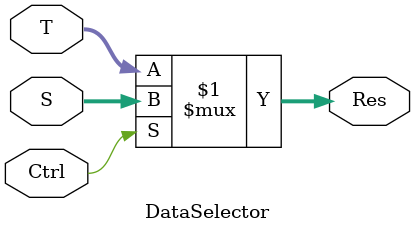
<source format=v>
`timescale 1ns / 1ps
module DataSelector(
    input [31:0] S,
    input [31:0] T,
    input Ctrl,
    output [31:0] Res
    );
	 
assign Res = Ctrl ? S : T;


endmodule

</source>
